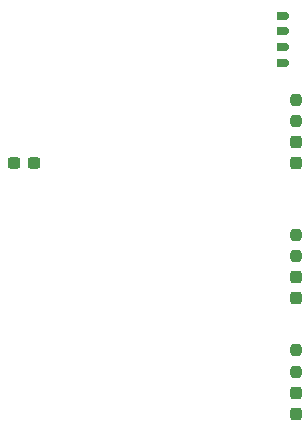
<source format=gbr>
%TF.GenerationSoftware,KiCad,Pcbnew,7.0.9*%
%TF.CreationDate,2024-04-13T12:05:23+02:00*%
%TF.ProjectId,MotorDriverCarrier-rounded,4d6f746f-7244-4726-9976-657243617272,rev?*%
%TF.SameCoordinates,Original*%
%TF.FileFunction,Paste,Top*%
%TF.FilePolarity,Positive*%
%FSLAX46Y46*%
G04 Gerber Fmt 4.6, Leading zero omitted, Abs format (unit mm)*
G04 Created by KiCad (PCBNEW 7.0.9) date 2024-04-13 12:05:23*
%MOMM*%
%LPD*%
G01*
G04 APERTURE LIST*
G04 Aperture macros list*
%AMRoundRect*
0 Rectangle with rounded corners*
0 $1 Rounding radius*
0 $2 $3 $4 $5 $6 $7 $8 $9 X,Y pos of 4 corners*
0 Add a 4 corners polygon primitive as box body*
4,1,4,$2,$3,$4,$5,$6,$7,$8,$9,$2,$3,0*
0 Add four circle primitives for the rounded corners*
1,1,$1+$1,$2,$3*
1,1,$1+$1,$4,$5*
1,1,$1+$1,$6,$7*
1,1,$1+$1,$8,$9*
0 Add four rect primitives between the rounded corners*
20,1,$1+$1,$2,$3,$4,$5,0*
20,1,$1+$1,$4,$5,$6,$7,0*
20,1,$1+$1,$6,$7,$8,$9,0*
20,1,$1+$1,$8,$9,$2,$3,0*%
%AMOutline5P*
0 Free polygon, 5 corners , with rotation*
0 The origin of the aperture is its center*
0 number of corners: always 5*
0 $1 to $10 corner X, Y*
0 $11 Rotation angle, in degrees counterclockwise*
0 create outline with 5 corners*
4,1,5,$1,$2,$3,$4,$5,$6,$7,$8,$9,$10,$1,$2,$11*%
%AMOutline6P*
0 Free polygon, 6 corners , with rotation*
0 The origin of the aperture is its center*
0 number of corners: always 6*
0 $1 to $12 corner X, Y*
0 $13 Rotation angle, in degrees counterclockwise*
0 create outline with 6 corners*
4,1,6,$1,$2,$3,$4,$5,$6,$7,$8,$9,$10,$11,$12,$1,$2,$13*%
%AMOutline7P*
0 Free polygon, 7 corners , with rotation*
0 The origin of the aperture is its center*
0 number of corners: always 7*
0 $1 to $14 corner X, Y*
0 $15 Rotation angle, in degrees counterclockwise*
0 create outline with 7 corners*
4,1,7,$1,$2,$3,$4,$5,$6,$7,$8,$9,$10,$11,$12,$13,$14,$1,$2,$15*%
%AMOutline8P*
0 Free polygon, 8 corners , with rotation*
0 The origin of the aperture is its center*
0 number of corners: always 8*
0 $1 to $16 corner X, Y*
0 $17 Rotation angle, in degrees counterclockwise*
0 create outline with 8 corners*
4,1,8,$1,$2,$3,$4,$5,$6,$7,$8,$9,$10,$11,$12,$13,$14,$15,$16,$1,$2,$17*%
G04 Aperture macros list end*
%ADD10RoundRect,0.237500X-0.237500X0.250000X-0.237500X-0.250000X0.237500X-0.250000X0.237500X0.250000X0*%
%ADD11RoundRect,0.237500X0.300000X0.237500X-0.300000X0.237500X-0.300000X-0.237500X0.300000X-0.237500X0*%
%ADD12RoundRect,0.237500X0.237500X-0.287500X0.237500X0.287500X-0.237500X0.287500X-0.237500X-0.287500X0*%
%ADD13Outline6P,-0.350000X0.290000X-0.140000X0.500000X0.140000X0.500000X0.350000X0.290000X0.350000X-0.500000X-0.350000X-0.500000X270.000000*%
G04 APERTURE END LIST*
D10*
%TO.C,R1*%
X143002000Y-85447500D03*
X143002000Y-87272500D03*
%TD*%
%TO.C,R6*%
X143002000Y-73994000D03*
X143002000Y-75819000D03*
%TD*%
D11*
%TO.C,C1*%
X120865500Y-79335000D03*
X119140500Y-79335000D03*
%TD*%
D12*
%TO.C,D1*%
X143002000Y-90791000D03*
X143002000Y-89041000D03*
%TD*%
D13*
%TO.C,J1*%
X141980000Y-66870683D03*
X141980000Y-68220683D03*
X141980000Y-69570683D03*
X141980000Y-70920683D03*
%TD*%
D12*
%TO.C,D2*%
X143002000Y-100570000D03*
X143002000Y-98820000D03*
%TD*%
D10*
%TO.C,R2*%
X143002000Y-95226500D03*
X143002000Y-97051500D03*
%TD*%
D12*
%TO.C,D3*%
X143002000Y-79337500D03*
X143002000Y-77587500D03*
%TD*%
M02*

</source>
